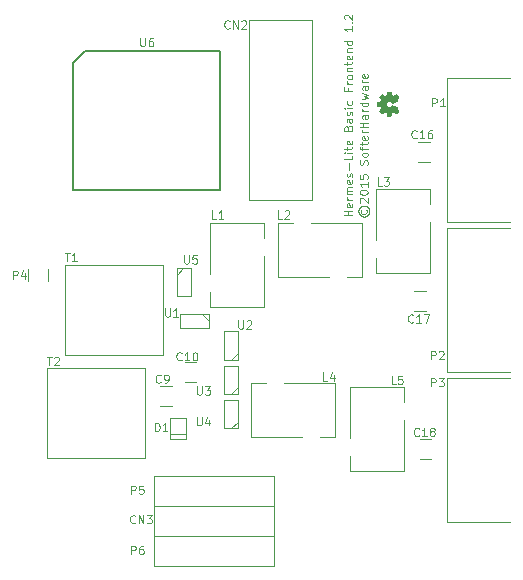
<source format=gto>
G04 #@! TF.FileFunction,Legend,Top*
%FSLAX46Y46*%
G04 Gerber Fmt 4.6, Leading zero omitted, Abs format (unit mm)*
G04 Created by KiCad (PCBNEW 0.201509221857+6208~30~ubuntu14.04.1-product) date Thu 24 Sep 2015 08:06:42 PM PDT*
%MOMM*%
G01*
G04 APERTURE LIST*
%ADD10C,0.100000*%
%ADD11C,0.200000*%
%ADD12C,0.002540*%
G04 APERTURE END LIST*
D10*
X37333333Y-17349999D02*
X37300000Y-17416665D01*
X37300000Y-17549999D01*
X37333333Y-17616665D01*
X37400000Y-17683332D01*
X37466667Y-17716665D01*
X37600000Y-17716665D01*
X37666667Y-17683332D01*
X37733333Y-17616665D01*
X37766667Y-17549999D01*
X37766667Y-17416665D01*
X37733333Y-17349999D01*
X37066667Y-17483332D02*
X37100000Y-17649999D01*
X37200000Y-17816665D01*
X37366667Y-17916665D01*
X37533333Y-17949999D01*
X37700000Y-17916665D01*
X37866667Y-17816665D01*
X37966667Y-17649999D01*
X38000000Y-17483332D01*
X37966667Y-17316665D01*
X37866667Y-17149999D01*
X37700000Y-17049999D01*
X37533333Y-17016665D01*
X37366667Y-17049999D01*
X37200000Y-17149999D01*
X37100000Y-17316665D01*
X37066667Y-17483332D01*
X37233333Y-16749999D02*
X37200000Y-16716665D01*
X37166667Y-16649999D01*
X37166667Y-16483332D01*
X37200000Y-16416665D01*
X37233333Y-16383332D01*
X37300000Y-16349999D01*
X37366667Y-16349999D01*
X37466667Y-16383332D01*
X37866667Y-16783332D01*
X37866667Y-16349999D01*
X37166667Y-15916665D02*
X37166667Y-15849998D01*
X37200000Y-15783332D01*
X37233333Y-15749998D01*
X37300000Y-15716665D01*
X37433333Y-15683332D01*
X37600000Y-15683332D01*
X37733333Y-15716665D01*
X37800000Y-15749998D01*
X37833333Y-15783332D01*
X37866667Y-15849998D01*
X37866667Y-15916665D01*
X37833333Y-15983332D01*
X37800000Y-16016665D01*
X37733333Y-16049998D01*
X37600000Y-16083332D01*
X37433333Y-16083332D01*
X37300000Y-16049998D01*
X37233333Y-16016665D01*
X37200000Y-15983332D01*
X37166667Y-15916665D01*
X37866667Y-15016665D02*
X37866667Y-15416665D01*
X37866667Y-15216665D02*
X37166667Y-15216665D01*
X37266667Y-15283331D01*
X37333333Y-15349998D01*
X37366667Y-15416665D01*
X37166667Y-14383331D02*
X37166667Y-14716664D01*
X37500000Y-14749998D01*
X37466667Y-14716664D01*
X37433333Y-14649998D01*
X37433333Y-14483331D01*
X37466667Y-14416664D01*
X37500000Y-14383331D01*
X37566667Y-14349998D01*
X37733333Y-14349998D01*
X37800000Y-14383331D01*
X37833333Y-14416664D01*
X37866667Y-14483331D01*
X37866667Y-14649998D01*
X37833333Y-14716664D01*
X37800000Y-14749998D01*
X37833333Y-13549998D02*
X37866667Y-13449998D01*
X37866667Y-13283331D01*
X37833333Y-13216664D01*
X37800000Y-13183331D01*
X37733333Y-13149998D01*
X37666667Y-13149998D01*
X37600000Y-13183331D01*
X37566667Y-13216664D01*
X37533333Y-13283331D01*
X37500000Y-13416664D01*
X37466667Y-13483331D01*
X37433333Y-13516664D01*
X37366667Y-13549998D01*
X37300000Y-13549998D01*
X37233333Y-13516664D01*
X37200000Y-13483331D01*
X37166667Y-13416664D01*
X37166667Y-13249998D01*
X37200000Y-13149998D01*
X37866667Y-12749997D02*
X37833333Y-12816664D01*
X37800000Y-12849997D01*
X37733333Y-12883331D01*
X37533333Y-12883331D01*
X37466667Y-12849997D01*
X37433333Y-12816664D01*
X37400000Y-12749997D01*
X37400000Y-12649997D01*
X37433333Y-12583331D01*
X37466667Y-12549997D01*
X37533333Y-12516664D01*
X37733333Y-12516664D01*
X37800000Y-12549997D01*
X37833333Y-12583331D01*
X37866667Y-12649997D01*
X37866667Y-12749997D01*
X37400000Y-12316664D02*
X37400000Y-12049998D01*
X37866667Y-12216664D02*
X37266667Y-12216664D01*
X37200000Y-12183331D01*
X37166667Y-12116664D01*
X37166667Y-12049998D01*
X37400000Y-11916664D02*
X37400000Y-11649998D01*
X37166667Y-11816664D02*
X37766667Y-11816664D01*
X37833333Y-11783331D01*
X37866667Y-11716664D01*
X37866667Y-11649998D01*
X37833333Y-11149998D02*
X37866667Y-11216664D01*
X37866667Y-11349998D01*
X37833333Y-11416664D01*
X37766667Y-11449998D01*
X37500000Y-11449998D01*
X37433333Y-11416664D01*
X37400000Y-11349998D01*
X37400000Y-11216664D01*
X37433333Y-11149998D01*
X37500000Y-11116664D01*
X37566667Y-11116664D01*
X37633333Y-11449998D01*
X37866667Y-10816664D02*
X37400000Y-10816664D01*
X37533333Y-10816664D02*
X37466667Y-10783331D01*
X37433333Y-10749998D01*
X37400000Y-10683331D01*
X37400000Y-10616664D01*
X37866667Y-10383331D02*
X37166667Y-10383331D01*
X37500000Y-10383331D02*
X37500000Y-9983331D01*
X37866667Y-9983331D02*
X37166667Y-9983331D01*
X37866667Y-9349998D02*
X37500000Y-9349998D01*
X37433333Y-9383332D01*
X37400000Y-9449998D01*
X37400000Y-9583332D01*
X37433333Y-9649998D01*
X37833333Y-9349998D02*
X37866667Y-9416665D01*
X37866667Y-9583332D01*
X37833333Y-9649998D01*
X37766667Y-9683332D01*
X37700000Y-9683332D01*
X37633333Y-9649998D01*
X37600000Y-9583332D01*
X37600000Y-9416665D01*
X37566667Y-9349998D01*
X37866667Y-9016665D02*
X37400000Y-9016665D01*
X37533333Y-9016665D02*
X37466667Y-8983332D01*
X37433333Y-8949999D01*
X37400000Y-8883332D01*
X37400000Y-8816665D01*
X37866667Y-8283332D02*
X37166667Y-8283332D01*
X37833333Y-8283332D02*
X37866667Y-8349999D01*
X37866667Y-8483332D01*
X37833333Y-8549999D01*
X37800000Y-8583332D01*
X37733333Y-8616666D01*
X37533333Y-8616666D01*
X37466667Y-8583332D01*
X37433333Y-8549999D01*
X37400000Y-8483332D01*
X37400000Y-8349999D01*
X37433333Y-8283332D01*
X37400000Y-8016666D02*
X37866667Y-7883333D01*
X37533333Y-7749999D01*
X37866667Y-7616666D01*
X37400000Y-7483333D01*
X37866667Y-6916666D02*
X37500000Y-6916666D01*
X37433333Y-6950000D01*
X37400000Y-7016666D01*
X37400000Y-7150000D01*
X37433333Y-7216666D01*
X37833333Y-6916666D02*
X37866667Y-6983333D01*
X37866667Y-7150000D01*
X37833333Y-7216666D01*
X37766667Y-7250000D01*
X37700000Y-7250000D01*
X37633333Y-7216666D01*
X37600000Y-7150000D01*
X37600000Y-6983333D01*
X37566667Y-6916666D01*
X37866667Y-6583333D02*
X37400000Y-6583333D01*
X37533333Y-6583333D02*
X37466667Y-6550000D01*
X37433333Y-6516667D01*
X37400000Y-6450000D01*
X37400000Y-6383333D01*
X37833333Y-5883334D02*
X37866667Y-5950000D01*
X37866667Y-6083334D01*
X37833333Y-6150000D01*
X37766667Y-6183334D01*
X37500000Y-6183334D01*
X37433333Y-6150000D01*
X37400000Y-6083334D01*
X37400000Y-5950000D01*
X37433333Y-5883334D01*
X37500000Y-5850000D01*
X37566667Y-5850000D01*
X37633333Y-6183334D01*
X36566667Y-17833333D02*
X35866667Y-17833333D01*
X36200000Y-17833333D02*
X36200000Y-17433333D01*
X36566667Y-17433333D02*
X35866667Y-17433333D01*
X36533333Y-16833334D02*
X36566667Y-16900000D01*
X36566667Y-17033334D01*
X36533333Y-17100000D01*
X36466667Y-17133334D01*
X36200000Y-17133334D01*
X36133333Y-17100000D01*
X36100000Y-17033334D01*
X36100000Y-16900000D01*
X36133333Y-16833334D01*
X36200000Y-16800000D01*
X36266667Y-16800000D01*
X36333333Y-17133334D01*
X36566667Y-16500000D02*
X36100000Y-16500000D01*
X36233333Y-16500000D02*
X36166667Y-16466667D01*
X36133333Y-16433334D01*
X36100000Y-16366667D01*
X36100000Y-16300000D01*
X36566667Y-16066667D02*
X36100000Y-16066667D01*
X36166667Y-16066667D02*
X36133333Y-16033334D01*
X36100000Y-15966667D01*
X36100000Y-15866667D01*
X36133333Y-15800001D01*
X36200000Y-15766667D01*
X36566667Y-15766667D01*
X36200000Y-15766667D02*
X36133333Y-15733334D01*
X36100000Y-15666667D01*
X36100000Y-15566667D01*
X36133333Y-15500001D01*
X36200000Y-15466667D01*
X36566667Y-15466667D01*
X36533333Y-14866668D02*
X36566667Y-14933334D01*
X36566667Y-15066668D01*
X36533333Y-15133334D01*
X36466667Y-15166668D01*
X36200000Y-15166668D01*
X36133333Y-15133334D01*
X36100000Y-15066668D01*
X36100000Y-14933334D01*
X36133333Y-14866668D01*
X36200000Y-14833334D01*
X36266667Y-14833334D01*
X36333333Y-15166668D01*
X36533333Y-14566668D02*
X36566667Y-14500001D01*
X36566667Y-14366668D01*
X36533333Y-14300001D01*
X36466667Y-14266668D01*
X36433333Y-14266668D01*
X36366667Y-14300001D01*
X36333333Y-14366668D01*
X36333333Y-14466668D01*
X36300000Y-14533334D01*
X36233333Y-14566668D01*
X36200000Y-14566668D01*
X36133333Y-14533334D01*
X36100000Y-14466668D01*
X36100000Y-14366668D01*
X36133333Y-14300001D01*
X36300000Y-13966667D02*
X36300000Y-13433334D01*
X36566667Y-12766667D02*
X36566667Y-13100000D01*
X35866667Y-13100000D01*
X36566667Y-12533333D02*
X36100000Y-12533333D01*
X35866667Y-12533333D02*
X35900000Y-12566667D01*
X35933333Y-12533333D01*
X35900000Y-12500000D01*
X35866667Y-12533333D01*
X35933333Y-12533333D01*
X36100000Y-12300000D02*
X36100000Y-12033334D01*
X35866667Y-12200000D02*
X36466667Y-12200000D01*
X36533333Y-12166667D01*
X36566667Y-12100000D01*
X36566667Y-12033334D01*
X36533333Y-11533334D02*
X36566667Y-11600000D01*
X36566667Y-11733334D01*
X36533333Y-11800000D01*
X36466667Y-11833334D01*
X36200000Y-11833334D01*
X36133333Y-11800000D01*
X36100000Y-11733334D01*
X36100000Y-11600000D01*
X36133333Y-11533334D01*
X36200000Y-11500000D01*
X36266667Y-11500000D01*
X36333333Y-11833334D01*
X36200000Y-10433334D02*
X36233333Y-10333334D01*
X36266667Y-10300001D01*
X36333333Y-10266667D01*
X36433333Y-10266667D01*
X36500000Y-10300001D01*
X36533333Y-10333334D01*
X36566667Y-10400001D01*
X36566667Y-10666667D01*
X35866667Y-10666667D01*
X35866667Y-10433334D01*
X35900000Y-10366667D01*
X35933333Y-10333334D01*
X36000000Y-10300001D01*
X36066667Y-10300001D01*
X36133333Y-10333334D01*
X36166667Y-10366667D01*
X36200000Y-10433334D01*
X36200000Y-10666667D01*
X36566667Y-9666667D02*
X36200000Y-9666667D01*
X36133333Y-9700001D01*
X36100000Y-9766667D01*
X36100000Y-9900001D01*
X36133333Y-9966667D01*
X36533333Y-9666667D02*
X36566667Y-9733334D01*
X36566667Y-9900001D01*
X36533333Y-9966667D01*
X36466667Y-10000001D01*
X36400000Y-10000001D01*
X36333333Y-9966667D01*
X36300000Y-9900001D01*
X36300000Y-9733334D01*
X36266667Y-9666667D01*
X36533333Y-9366668D02*
X36566667Y-9300001D01*
X36566667Y-9166668D01*
X36533333Y-9100001D01*
X36466667Y-9066668D01*
X36433333Y-9066668D01*
X36366667Y-9100001D01*
X36333333Y-9166668D01*
X36333333Y-9266668D01*
X36300000Y-9333334D01*
X36233333Y-9366668D01*
X36200000Y-9366668D01*
X36133333Y-9333334D01*
X36100000Y-9266668D01*
X36100000Y-9166668D01*
X36133333Y-9100001D01*
X36566667Y-8766667D02*
X36100000Y-8766667D01*
X35866667Y-8766667D02*
X35900000Y-8800001D01*
X35933333Y-8766667D01*
X35900000Y-8733334D01*
X35866667Y-8766667D01*
X35933333Y-8766667D01*
X36533333Y-8133334D02*
X36566667Y-8200001D01*
X36566667Y-8333334D01*
X36533333Y-8400001D01*
X36500000Y-8433334D01*
X36433333Y-8466668D01*
X36233333Y-8466668D01*
X36166667Y-8433334D01*
X36133333Y-8400001D01*
X36100000Y-8333334D01*
X36100000Y-8200001D01*
X36133333Y-8133334D01*
X36200000Y-7066668D02*
X36200000Y-7300001D01*
X36566667Y-7300001D02*
X35866667Y-7300001D01*
X35866667Y-6966668D01*
X36566667Y-6700001D02*
X36100000Y-6700001D01*
X36233333Y-6700001D02*
X36166667Y-6666668D01*
X36133333Y-6633335D01*
X36100000Y-6566668D01*
X36100000Y-6500001D01*
X36566667Y-6166668D02*
X36533333Y-6233335D01*
X36500000Y-6266668D01*
X36433333Y-6300002D01*
X36233333Y-6300002D01*
X36166667Y-6266668D01*
X36133333Y-6233335D01*
X36100000Y-6166668D01*
X36100000Y-6066668D01*
X36133333Y-6000002D01*
X36166667Y-5966668D01*
X36233333Y-5933335D01*
X36433333Y-5933335D01*
X36500000Y-5966668D01*
X36533333Y-6000002D01*
X36566667Y-6066668D01*
X36566667Y-6166668D01*
X36100000Y-5633335D02*
X36566667Y-5633335D01*
X36166667Y-5633335D02*
X36133333Y-5600002D01*
X36100000Y-5533335D01*
X36100000Y-5433335D01*
X36133333Y-5366669D01*
X36200000Y-5333335D01*
X36566667Y-5333335D01*
X36100000Y-5100002D02*
X36100000Y-4833336D01*
X35866667Y-5000002D02*
X36466667Y-5000002D01*
X36533333Y-4966669D01*
X36566667Y-4900002D01*
X36566667Y-4833336D01*
X36533333Y-4333336D02*
X36566667Y-4400002D01*
X36566667Y-4533336D01*
X36533333Y-4600002D01*
X36466667Y-4633336D01*
X36200000Y-4633336D01*
X36133333Y-4600002D01*
X36100000Y-4533336D01*
X36100000Y-4400002D01*
X36133333Y-4333336D01*
X36200000Y-4300002D01*
X36266667Y-4300002D01*
X36333333Y-4633336D01*
X36100000Y-4000002D02*
X36566667Y-4000002D01*
X36166667Y-4000002D02*
X36133333Y-3966669D01*
X36100000Y-3900002D01*
X36100000Y-3800002D01*
X36133333Y-3733336D01*
X36200000Y-3700002D01*
X36566667Y-3700002D01*
X36566667Y-3066669D02*
X35866667Y-3066669D01*
X36533333Y-3066669D02*
X36566667Y-3133336D01*
X36566667Y-3266669D01*
X36533333Y-3333336D01*
X36500000Y-3366669D01*
X36433333Y-3400003D01*
X36233333Y-3400003D01*
X36166667Y-3366669D01*
X36133333Y-3333336D01*
X36100000Y-3266669D01*
X36100000Y-3133336D01*
X36133333Y-3066669D01*
X36566667Y-1833337D02*
X36566667Y-2233337D01*
X36566667Y-2033337D02*
X35866667Y-2033337D01*
X35966667Y-2100003D01*
X36033333Y-2166670D01*
X36066667Y-2233337D01*
X36500000Y-1533336D02*
X36533333Y-1500003D01*
X36566667Y-1533336D01*
X36533333Y-1566670D01*
X36500000Y-1533336D01*
X36566667Y-1533336D01*
X35933333Y-1233337D02*
X35900000Y-1200003D01*
X35866667Y-1133337D01*
X35866667Y-966670D01*
X35900000Y-900003D01*
X35933333Y-866670D01*
X36000000Y-833337D01*
X36066667Y-833337D01*
X36166667Y-866670D01*
X36566667Y-1266670D01*
X36566667Y-833337D01*
D11*
X13950000Y-3920000D02*
X12950000Y-4920000D01*
X12950000Y-4920000D02*
X12950000Y-15680000D01*
X12950000Y-15680000D02*
X25350000Y-15680000D01*
X25350000Y-15680000D02*
X25350000Y-3920000D01*
X25350000Y-3920000D02*
X13950000Y-3920000D01*
D10*
X44559000Y-31867000D02*
X44559000Y-31613000D01*
X44559000Y-31613000D02*
X49893000Y-31613000D01*
X44559000Y-43551000D02*
X44559000Y-43805000D01*
X44559000Y-43805000D02*
X49893000Y-43805000D01*
X44559000Y-31867000D02*
X44559000Y-43551000D01*
X44559000Y-19167000D02*
X44559000Y-18913000D01*
X44559000Y-18913000D02*
X49893000Y-18913000D01*
X44559000Y-30851000D02*
X44559000Y-31105000D01*
X44559000Y-31105000D02*
X49893000Y-31105000D01*
X44559000Y-19167000D02*
X44559000Y-30851000D01*
X44559000Y-6467000D02*
X44559000Y-6213000D01*
X44559000Y-6213000D02*
X49893000Y-6213000D01*
X44559000Y-18151000D02*
X44559000Y-18405000D01*
X44559000Y-18405000D02*
X49893000Y-18405000D01*
X44559000Y-6467000D02*
X44559000Y-18151000D01*
X36364000Y-38186000D02*
X36364000Y-39456000D01*
X36364000Y-39456000D02*
X40936000Y-39456000D01*
X40936000Y-39456000D02*
X40936000Y-35138000D01*
X40936000Y-33614000D02*
X40936000Y-32344000D01*
X40936000Y-32344000D02*
X36364000Y-32344000D01*
X36364000Y-32344000D02*
X36364000Y-36662000D01*
X33836000Y-36636000D02*
X35106000Y-36636000D01*
X35106000Y-36636000D02*
X35106000Y-32064000D01*
X35106000Y-32064000D02*
X30788000Y-32064000D01*
X29264000Y-32064000D02*
X27994000Y-32064000D01*
X27994000Y-32064000D02*
X27994000Y-36636000D01*
X27994000Y-36636000D02*
X32312000Y-36636000D01*
X43136000Y-16914000D02*
X43136000Y-15644000D01*
X43136000Y-15644000D02*
X38564000Y-15644000D01*
X38564000Y-15644000D02*
X38564000Y-19962000D01*
X38564000Y-21486000D02*
X38564000Y-22756000D01*
X38564000Y-22756000D02*
X43136000Y-22756000D01*
X43136000Y-22756000D02*
X43136000Y-18438000D01*
X36078000Y-23089000D02*
X37348000Y-23089000D01*
X37348000Y-23089000D02*
X37348000Y-18517000D01*
X37348000Y-18517000D02*
X33030000Y-18517000D01*
X31506000Y-18517000D02*
X30236000Y-18517000D01*
X30236000Y-18517000D02*
X30236000Y-23089000D01*
X30236000Y-23089000D02*
X34554000Y-23089000D01*
X29078000Y-19767000D02*
X29078000Y-18497000D01*
X29078000Y-18497000D02*
X24506000Y-18497000D01*
X24506000Y-18497000D02*
X24506000Y-22815000D01*
X24506000Y-24339000D02*
X24506000Y-25609000D01*
X24506000Y-25609000D02*
X29078000Y-25609000D01*
X29078000Y-25609000D02*
X29078000Y-21291000D01*
X22501040Y-36350380D02*
X21098960Y-36350380D01*
X22501040Y-36749160D02*
X22501040Y-34950840D01*
X22501040Y-34950840D02*
X21098960Y-34950840D01*
X21098960Y-34950840D02*
X21098960Y-36749160D01*
X21098960Y-36749160D02*
X22501040Y-36749160D01*
X19794000Y-42408000D02*
X29954000Y-42408000D01*
X29954000Y-42408000D02*
X29954000Y-44948000D01*
X29954000Y-44948000D02*
X19794000Y-44948000D01*
X19794000Y-43678000D02*
X19794000Y-44948000D01*
X19794000Y-42408000D02*
X19794000Y-43678000D01*
X20300000Y-33950000D02*
X21300000Y-33950000D01*
X21300000Y-32250000D02*
X20300000Y-32250000D01*
X22350000Y-31950000D02*
X23350000Y-31950000D01*
X23350000Y-30250000D02*
X22350000Y-30250000D01*
X10800000Y-23400000D02*
X10800000Y-22400000D01*
X9100000Y-22400000D02*
X9100000Y-23400000D01*
X43154000Y-11586000D02*
X42154000Y-11586000D01*
X42154000Y-13286000D02*
X43154000Y-13286000D01*
X42800000Y-24250000D02*
X41800000Y-24250000D01*
X41800000Y-25950000D02*
X42800000Y-25950000D01*
X43250000Y-36750000D02*
X42250000Y-36750000D01*
X42250000Y-38450000D02*
X43250000Y-38450000D01*
X27853000Y-1330000D02*
X33187000Y-1330000D01*
X33187000Y-16570000D02*
X27853000Y-16570000D01*
X27853000Y-1330000D02*
X27853000Y-16570000D01*
X33187000Y-16570000D02*
X33187000Y-1330000D01*
X19794000Y-39868000D02*
X29954000Y-39868000D01*
X29954000Y-39868000D02*
X29954000Y-42408000D01*
X29954000Y-42408000D02*
X19794000Y-42408000D01*
X19794000Y-41138000D02*
X19794000Y-42408000D01*
X19794000Y-39868000D02*
X19794000Y-41138000D01*
X29954000Y-47488000D02*
X19794000Y-47488000D01*
X19794000Y-47488000D02*
X19794000Y-44948000D01*
X19794000Y-44948000D02*
X29954000Y-44948000D01*
X29954000Y-46218000D02*
X29954000Y-44948000D01*
X29954000Y-47488000D02*
X29954000Y-46218000D01*
X22887500Y-24691500D02*
X21681000Y-24691500D01*
X22252500Y-22278500D02*
X21681000Y-22850000D01*
X21681000Y-24691500D02*
X21681000Y-22278500D01*
X21681000Y-22278500D02*
X22887500Y-22278500D01*
X22887500Y-22278500D02*
X22887500Y-24691500D01*
X22008500Y-27387500D02*
X22008500Y-26181000D01*
X24421500Y-26752500D02*
X23850000Y-26181000D01*
X22008500Y-26181000D02*
X24421500Y-26181000D01*
X24421500Y-26181000D02*
X24421500Y-27387500D01*
X24421500Y-27387500D02*
X22008500Y-27387500D01*
X25662500Y-27658500D02*
X26869000Y-27658500D01*
X26297500Y-30071500D02*
X26869000Y-29500000D01*
X26869000Y-27658500D02*
X26869000Y-30071500D01*
X26869000Y-30071500D02*
X25662500Y-30071500D01*
X25662500Y-30071500D02*
X25662500Y-27658500D01*
X25662500Y-30558500D02*
X26869000Y-30558500D01*
X26297500Y-32971500D02*
X26869000Y-32400000D01*
X26869000Y-30558500D02*
X26869000Y-32971500D01*
X26869000Y-32971500D02*
X25662500Y-32971500D01*
X25662500Y-32971500D02*
X25662500Y-30558500D01*
X25662500Y-33458500D02*
X26869000Y-33458500D01*
X26297500Y-35871500D02*
X26869000Y-35300000D01*
X26869000Y-33458500D02*
X26869000Y-35871500D01*
X26869000Y-35871500D02*
X25662500Y-35871500D01*
X25662500Y-35871500D02*
X25662500Y-33458500D01*
X18991000Y-30790000D02*
X10736000Y-30790000D01*
X10736000Y-38410000D02*
X18991000Y-38410000D01*
X10736000Y-38410000D02*
X10736000Y-30790000D01*
X18991000Y-38410000D02*
X18991000Y-30790000D01*
X20491000Y-22040000D02*
X12236000Y-22040000D01*
X12236000Y-29660000D02*
X20491000Y-29660000D01*
X12236000Y-29660000D02*
X12236000Y-22040000D01*
X20491000Y-29660000D02*
X20491000Y-22040000D01*
D12*
G36*
X40446620Y-9004520D02*
X40441540Y-8994360D01*
X40426300Y-8971500D01*
X40405980Y-8938480D01*
X40378040Y-8897840D01*
X40352640Y-8859740D01*
X40329780Y-8826720D01*
X40314540Y-8803860D01*
X40309460Y-8793700D01*
X40312000Y-8788620D01*
X40322160Y-8770840D01*
X40334860Y-8742900D01*
X40342480Y-8727660D01*
X40355180Y-8702260D01*
X40357720Y-8689560D01*
X40352640Y-8687020D01*
X40334860Y-8676860D01*
X40301840Y-8664160D01*
X40258660Y-8643840D01*
X40207860Y-8623520D01*
X40151980Y-8600660D01*
X40096100Y-8577800D01*
X40042760Y-8554940D01*
X39994500Y-8534620D01*
X39956400Y-8519380D01*
X39928460Y-8509220D01*
X39918300Y-8504140D01*
X39915760Y-8506680D01*
X39903060Y-8519380D01*
X39887820Y-8539700D01*
X39847180Y-8587960D01*
X39788760Y-8633680D01*
X39722720Y-8664160D01*
X39649060Y-8671780D01*
X39583020Y-8664160D01*
X39519520Y-8638760D01*
X39458560Y-8593040D01*
X39415380Y-8537160D01*
X39387440Y-8471120D01*
X39379820Y-8400000D01*
X39387440Y-8331420D01*
X39412840Y-8265380D01*
X39458560Y-8204420D01*
X39486500Y-8181560D01*
X39547460Y-8146000D01*
X39608420Y-8125680D01*
X39623660Y-8125680D01*
X39694780Y-8128220D01*
X39763360Y-8148540D01*
X39821780Y-8184100D01*
X39872580Y-8237440D01*
X39877660Y-8242520D01*
X39895440Y-8267920D01*
X39905600Y-8283160D01*
X39915760Y-8295860D01*
X40131660Y-8206960D01*
X40167220Y-8191720D01*
X40225640Y-8166320D01*
X40276440Y-8146000D01*
X40317080Y-8128220D01*
X40342480Y-8115520D01*
X40355180Y-8110440D01*
X40355180Y-8110440D01*
X40355180Y-8102820D01*
X40350100Y-8087580D01*
X40334860Y-8057100D01*
X40324700Y-8036780D01*
X40314540Y-8013920D01*
X40309460Y-8003760D01*
X40314540Y-7993600D01*
X40329780Y-7973280D01*
X40350100Y-7940260D01*
X40375500Y-7902160D01*
X40400900Y-7866600D01*
X40423760Y-7831040D01*
X40439000Y-7808180D01*
X40446620Y-7795480D01*
X40446620Y-7792940D01*
X40439000Y-7782780D01*
X40423760Y-7762460D01*
X40395820Y-7734520D01*
X40355180Y-7693880D01*
X40350100Y-7686260D01*
X40314540Y-7653240D01*
X40284060Y-7625300D01*
X40263740Y-7604980D01*
X40256120Y-7599900D01*
X40256120Y-7599900D01*
X40243420Y-7604980D01*
X40218020Y-7620220D01*
X40185000Y-7643080D01*
X40144360Y-7671020D01*
X40040220Y-7742140D01*
X39943700Y-7701500D01*
X39913220Y-7691340D01*
X39877660Y-7676100D01*
X39852260Y-7663400D01*
X39839560Y-7658320D01*
X39837020Y-7648160D01*
X39829400Y-7620220D01*
X39821780Y-7582120D01*
X39814160Y-7536400D01*
X39804000Y-7490680D01*
X39796380Y-7452580D01*
X39791300Y-7422100D01*
X39788760Y-7409400D01*
X39786220Y-7406860D01*
X39781140Y-7404320D01*
X39768440Y-7401780D01*
X39743040Y-7401780D01*
X39704940Y-7401780D01*
X39649060Y-7401780D01*
X39643980Y-7401780D01*
X39590640Y-7401780D01*
X39550000Y-7401780D01*
X39524600Y-7404320D01*
X39514440Y-7406860D01*
X39514440Y-7406860D01*
X39509360Y-7419560D01*
X39504280Y-7447500D01*
X39496660Y-7485600D01*
X39486500Y-7533860D01*
X39486500Y-7536400D01*
X39478880Y-7584660D01*
X39468720Y-7622760D01*
X39463640Y-7650700D01*
X39458560Y-7663400D01*
X39456020Y-7665940D01*
X39438240Y-7676100D01*
X39407760Y-7688800D01*
X39372200Y-7704040D01*
X39336640Y-7719280D01*
X39301080Y-7734520D01*
X39278220Y-7742140D01*
X39265520Y-7744680D01*
X39265520Y-7744680D01*
X39255360Y-7737060D01*
X39229960Y-7721820D01*
X39196940Y-7698960D01*
X39156300Y-7671020D01*
X39151220Y-7668480D01*
X39113120Y-7640540D01*
X39077560Y-7620220D01*
X39054700Y-7604980D01*
X39044540Y-7599900D01*
X39042000Y-7599900D01*
X39031840Y-7607520D01*
X39008980Y-7627840D01*
X38978500Y-7658320D01*
X38942940Y-7693880D01*
X38932780Y-7704040D01*
X38894680Y-7742140D01*
X38869280Y-7770080D01*
X38856580Y-7787860D01*
X38851500Y-7795480D01*
X38854040Y-7795480D01*
X38859120Y-7808180D01*
X38876900Y-7833580D01*
X38899760Y-7866600D01*
X38927700Y-7907240D01*
X38930240Y-7909780D01*
X38955640Y-7950420D01*
X38978500Y-7983440D01*
X38993740Y-8006300D01*
X39001360Y-8016460D01*
X39001360Y-8019000D01*
X38996280Y-8034240D01*
X38986120Y-8064720D01*
X38973420Y-8097740D01*
X38958180Y-8135840D01*
X38942940Y-8168860D01*
X38932780Y-8194260D01*
X38925160Y-8206960D01*
X38925160Y-8206960D01*
X38909920Y-8212040D01*
X38879440Y-8217120D01*
X38838800Y-8227280D01*
X38790540Y-8234900D01*
X38782920Y-8237440D01*
X38734660Y-8245060D01*
X38696560Y-8252680D01*
X38668620Y-8260300D01*
X38655920Y-8262840D01*
X38655920Y-8267920D01*
X38653380Y-8293320D01*
X38653380Y-8328880D01*
X38653380Y-8372060D01*
X38653380Y-8415240D01*
X38653380Y-8458420D01*
X38655920Y-8496520D01*
X38655920Y-8521920D01*
X38658460Y-8534620D01*
X38661000Y-8534620D01*
X38673700Y-8539700D01*
X38704180Y-8544780D01*
X38744820Y-8554940D01*
X38795620Y-8562560D01*
X38803240Y-8565100D01*
X38851500Y-8572720D01*
X38889600Y-8582880D01*
X38917540Y-8587960D01*
X38927700Y-8590500D01*
X38930240Y-8595580D01*
X38937860Y-8613360D01*
X38950560Y-8646380D01*
X38968340Y-8687020D01*
X39003900Y-8778460D01*
X38927700Y-8890220D01*
X38920080Y-8900380D01*
X38892140Y-8941020D01*
X38871820Y-8974040D01*
X38856580Y-8996900D01*
X38851500Y-9007060D01*
X38851500Y-9007060D01*
X38861660Y-9017220D01*
X38881980Y-9040080D01*
X38912460Y-9070560D01*
X38945480Y-9106120D01*
X38973420Y-9131520D01*
X39003900Y-9162000D01*
X39024220Y-9182320D01*
X39039460Y-9192480D01*
X39047080Y-9197560D01*
X39052160Y-9195020D01*
X39064860Y-9189940D01*
X39087720Y-9172160D01*
X39123280Y-9149300D01*
X39161380Y-9121360D01*
X39196940Y-9098500D01*
X39232500Y-9075640D01*
X39260440Y-9060400D01*
X39273140Y-9052780D01*
X39278220Y-9055320D01*
X39301080Y-9062940D01*
X39334100Y-9075640D01*
X39374740Y-9093420D01*
X39463640Y-9131520D01*
X39473800Y-9189940D01*
X39481420Y-9225500D01*
X39489040Y-9276300D01*
X39499200Y-9322020D01*
X39514440Y-9395680D01*
X39781140Y-9398220D01*
X39786220Y-9388060D01*
X39791300Y-9375360D01*
X39796380Y-9349960D01*
X39804000Y-9309320D01*
X39811620Y-9263600D01*
X39819240Y-9225500D01*
X39826860Y-9184860D01*
X39831940Y-9156920D01*
X39834480Y-9144220D01*
X39839560Y-9141680D01*
X39859880Y-9131520D01*
X39890360Y-9116280D01*
X39925920Y-9101040D01*
X39964020Y-9085800D01*
X39999580Y-9073100D01*
X40024980Y-9062940D01*
X40040220Y-9057860D01*
X40050380Y-9062940D01*
X40073240Y-9078180D01*
X40106260Y-9101040D01*
X40144360Y-9126440D01*
X40185000Y-9154380D01*
X40218020Y-9177240D01*
X40243420Y-9192480D01*
X40253580Y-9200100D01*
X40261200Y-9195020D01*
X40278980Y-9179780D01*
X40309460Y-9151840D01*
X40355180Y-9106120D01*
X40360260Y-9098500D01*
X40395820Y-9065480D01*
X40421220Y-9035000D01*
X40441540Y-9014680D01*
X40446620Y-9004520D01*
X40446620Y-9004520D01*
G37*
X40446620Y-9004520D02*
X40441540Y-8994360D01*
X40426300Y-8971500D01*
X40405980Y-8938480D01*
X40378040Y-8897840D01*
X40352640Y-8859740D01*
X40329780Y-8826720D01*
X40314540Y-8803860D01*
X40309460Y-8793700D01*
X40312000Y-8788620D01*
X40322160Y-8770840D01*
X40334860Y-8742900D01*
X40342480Y-8727660D01*
X40355180Y-8702260D01*
X40357720Y-8689560D01*
X40352640Y-8687020D01*
X40334860Y-8676860D01*
X40301840Y-8664160D01*
X40258660Y-8643840D01*
X40207860Y-8623520D01*
X40151980Y-8600660D01*
X40096100Y-8577800D01*
X40042760Y-8554940D01*
X39994500Y-8534620D01*
X39956400Y-8519380D01*
X39928460Y-8509220D01*
X39918300Y-8504140D01*
X39915760Y-8506680D01*
X39903060Y-8519380D01*
X39887820Y-8539700D01*
X39847180Y-8587960D01*
X39788760Y-8633680D01*
X39722720Y-8664160D01*
X39649060Y-8671780D01*
X39583020Y-8664160D01*
X39519520Y-8638760D01*
X39458560Y-8593040D01*
X39415380Y-8537160D01*
X39387440Y-8471120D01*
X39379820Y-8400000D01*
X39387440Y-8331420D01*
X39412840Y-8265380D01*
X39458560Y-8204420D01*
X39486500Y-8181560D01*
X39547460Y-8146000D01*
X39608420Y-8125680D01*
X39623660Y-8125680D01*
X39694780Y-8128220D01*
X39763360Y-8148540D01*
X39821780Y-8184100D01*
X39872580Y-8237440D01*
X39877660Y-8242520D01*
X39895440Y-8267920D01*
X39905600Y-8283160D01*
X39915760Y-8295860D01*
X40131660Y-8206960D01*
X40167220Y-8191720D01*
X40225640Y-8166320D01*
X40276440Y-8146000D01*
X40317080Y-8128220D01*
X40342480Y-8115520D01*
X40355180Y-8110440D01*
X40355180Y-8110440D01*
X40355180Y-8102820D01*
X40350100Y-8087580D01*
X40334860Y-8057100D01*
X40324700Y-8036780D01*
X40314540Y-8013920D01*
X40309460Y-8003760D01*
X40314540Y-7993600D01*
X40329780Y-7973280D01*
X40350100Y-7940260D01*
X40375500Y-7902160D01*
X40400900Y-7866600D01*
X40423760Y-7831040D01*
X40439000Y-7808180D01*
X40446620Y-7795480D01*
X40446620Y-7792940D01*
X40439000Y-7782780D01*
X40423760Y-7762460D01*
X40395820Y-7734520D01*
X40355180Y-7693880D01*
X40350100Y-7686260D01*
X40314540Y-7653240D01*
X40284060Y-7625300D01*
X40263740Y-7604980D01*
X40256120Y-7599900D01*
X40256120Y-7599900D01*
X40243420Y-7604980D01*
X40218020Y-7620220D01*
X40185000Y-7643080D01*
X40144360Y-7671020D01*
X40040220Y-7742140D01*
X39943700Y-7701500D01*
X39913220Y-7691340D01*
X39877660Y-7676100D01*
X39852260Y-7663400D01*
X39839560Y-7658320D01*
X39837020Y-7648160D01*
X39829400Y-7620220D01*
X39821780Y-7582120D01*
X39814160Y-7536400D01*
X39804000Y-7490680D01*
X39796380Y-7452580D01*
X39791300Y-7422100D01*
X39788760Y-7409400D01*
X39786220Y-7406860D01*
X39781140Y-7404320D01*
X39768440Y-7401780D01*
X39743040Y-7401780D01*
X39704940Y-7401780D01*
X39649060Y-7401780D01*
X39643980Y-7401780D01*
X39590640Y-7401780D01*
X39550000Y-7401780D01*
X39524600Y-7404320D01*
X39514440Y-7406860D01*
X39514440Y-7406860D01*
X39509360Y-7419560D01*
X39504280Y-7447500D01*
X39496660Y-7485600D01*
X39486500Y-7533860D01*
X39486500Y-7536400D01*
X39478880Y-7584660D01*
X39468720Y-7622760D01*
X39463640Y-7650700D01*
X39458560Y-7663400D01*
X39456020Y-7665940D01*
X39438240Y-7676100D01*
X39407760Y-7688800D01*
X39372200Y-7704040D01*
X39336640Y-7719280D01*
X39301080Y-7734520D01*
X39278220Y-7742140D01*
X39265520Y-7744680D01*
X39265520Y-7744680D01*
X39255360Y-7737060D01*
X39229960Y-7721820D01*
X39196940Y-7698960D01*
X39156300Y-7671020D01*
X39151220Y-7668480D01*
X39113120Y-7640540D01*
X39077560Y-7620220D01*
X39054700Y-7604980D01*
X39044540Y-7599900D01*
X39042000Y-7599900D01*
X39031840Y-7607520D01*
X39008980Y-7627840D01*
X38978500Y-7658320D01*
X38942940Y-7693880D01*
X38932780Y-7704040D01*
X38894680Y-7742140D01*
X38869280Y-7770080D01*
X38856580Y-7787860D01*
X38851500Y-7795480D01*
X38854040Y-7795480D01*
X38859120Y-7808180D01*
X38876900Y-7833580D01*
X38899760Y-7866600D01*
X38927700Y-7907240D01*
X38930240Y-7909780D01*
X38955640Y-7950420D01*
X38978500Y-7983440D01*
X38993740Y-8006300D01*
X39001360Y-8016460D01*
X39001360Y-8019000D01*
X38996280Y-8034240D01*
X38986120Y-8064720D01*
X38973420Y-8097740D01*
X38958180Y-8135840D01*
X38942940Y-8168860D01*
X38932780Y-8194260D01*
X38925160Y-8206960D01*
X38925160Y-8206960D01*
X38909920Y-8212040D01*
X38879440Y-8217120D01*
X38838800Y-8227280D01*
X38790540Y-8234900D01*
X38782920Y-8237440D01*
X38734660Y-8245060D01*
X38696560Y-8252680D01*
X38668620Y-8260300D01*
X38655920Y-8262840D01*
X38655920Y-8267920D01*
X38653380Y-8293320D01*
X38653380Y-8328880D01*
X38653380Y-8372060D01*
X38653380Y-8415240D01*
X38653380Y-8458420D01*
X38655920Y-8496520D01*
X38655920Y-8521920D01*
X38658460Y-8534620D01*
X38661000Y-8534620D01*
X38673700Y-8539700D01*
X38704180Y-8544780D01*
X38744820Y-8554940D01*
X38795620Y-8562560D01*
X38803240Y-8565100D01*
X38851500Y-8572720D01*
X38889600Y-8582880D01*
X38917540Y-8587960D01*
X38927700Y-8590500D01*
X38930240Y-8595580D01*
X38937860Y-8613360D01*
X38950560Y-8646380D01*
X38968340Y-8687020D01*
X39003900Y-8778460D01*
X38927700Y-8890220D01*
X38920080Y-8900380D01*
X38892140Y-8941020D01*
X38871820Y-8974040D01*
X38856580Y-8996900D01*
X38851500Y-9007060D01*
X38851500Y-9007060D01*
X38861660Y-9017220D01*
X38881980Y-9040080D01*
X38912460Y-9070560D01*
X38945480Y-9106120D01*
X38973420Y-9131520D01*
X39003900Y-9162000D01*
X39024220Y-9182320D01*
X39039460Y-9192480D01*
X39047080Y-9197560D01*
X39052160Y-9195020D01*
X39064860Y-9189940D01*
X39087720Y-9172160D01*
X39123280Y-9149300D01*
X39161380Y-9121360D01*
X39196940Y-9098500D01*
X39232500Y-9075640D01*
X39260440Y-9060400D01*
X39273140Y-9052780D01*
X39278220Y-9055320D01*
X39301080Y-9062940D01*
X39334100Y-9075640D01*
X39374740Y-9093420D01*
X39463640Y-9131520D01*
X39473800Y-9189940D01*
X39481420Y-9225500D01*
X39489040Y-9276300D01*
X39499200Y-9322020D01*
X39514440Y-9395680D01*
X39781140Y-9398220D01*
X39786220Y-9388060D01*
X39791300Y-9375360D01*
X39796380Y-9349960D01*
X39804000Y-9309320D01*
X39811620Y-9263600D01*
X39819240Y-9225500D01*
X39826860Y-9184860D01*
X39831940Y-9156920D01*
X39834480Y-9144220D01*
X39839560Y-9141680D01*
X39859880Y-9131520D01*
X39890360Y-9116280D01*
X39925920Y-9101040D01*
X39964020Y-9085800D01*
X39999580Y-9073100D01*
X40024980Y-9062940D01*
X40040220Y-9057860D01*
X40050380Y-9062940D01*
X40073240Y-9078180D01*
X40106260Y-9101040D01*
X40144360Y-9126440D01*
X40185000Y-9154380D01*
X40218020Y-9177240D01*
X40243420Y-9192480D01*
X40253580Y-9200100D01*
X40261200Y-9195020D01*
X40278980Y-9179780D01*
X40309460Y-9151840D01*
X40355180Y-9106120D01*
X40360260Y-9098500D01*
X40395820Y-9065480D01*
X40421220Y-9035000D01*
X40441540Y-9014680D01*
X40446620Y-9004520D01*
D10*
X18616667Y-2816667D02*
X18616667Y-3383333D01*
X18650000Y-3450000D01*
X18683333Y-3483333D01*
X18750000Y-3516667D01*
X18883333Y-3516667D01*
X18950000Y-3483333D01*
X18983333Y-3450000D01*
X19016667Y-3383333D01*
X19016667Y-2816667D01*
X19650000Y-2816667D02*
X19516666Y-2816667D01*
X19450000Y-2850000D01*
X19416666Y-2883333D01*
X19350000Y-2983333D01*
X19316666Y-3116667D01*
X19316666Y-3383333D01*
X19350000Y-3450000D01*
X19383333Y-3483333D01*
X19450000Y-3516667D01*
X19583333Y-3516667D01*
X19650000Y-3483333D01*
X19683333Y-3450000D01*
X19716666Y-3383333D01*
X19716666Y-3216667D01*
X19683333Y-3150000D01*
X19650000Y-3116667D01*
X19583333Y-3083333D01*
X19450000Y-3083333D01*
X19383333Y-3116667D01*
X19350000Y-3150000D01*
X19316666Y-3216667D01*
X43233334Y-32316667D02*
X43233334Y-31616667D01*
X43500000Y-31616667D01*
X43566667Y-31650000D01*
X43600000Y-31683333D01*
X43633334Y-31750000D01*
X43633334Y-31850000D01*
X43600000Y-31916667D01*
X43566667Y-31950000D01*
X43500000Y-31983333D01*
X43233334Y-31983333D01*
X43866667Y-31616667D02*
X44300000Y-31616667D01*
X44066667Y-31883333D01*
X44166667Y-31883333D01*
X44233334Y-31916667D01*
X44266667Y-31950000D01*
X44300000Y-32016667D01*
X44300000Y-32183333D01*
X44266667Y-32250000D01*
X44233334Y-32283333D01*
X44166667Y-32316667D01*
X43966667Y-32316667D01*
X43900000Y-32283333D01*
X43866667Y-32250000D01*
X43233334Y-30016667D02*
X43233334Y-29316667D01*
X43500000Y-29316667D01*
X43566667Y-29350000D01*
X43600000Y-29383333D01*
X43633334Y-29450000D01*
X43633334Y-29550000D01*
X43600000Y-29616667D01*
X43566667Y-29650000D01*
X43500000Y-29683333D01*
X43233334Y-29683333D01*
X43900000Y-29383333D02*
X43933334Y-29350000D01*
X44000000Y-29316667D01*
X44166667Y-29316667D01*
X44233334Y-29350000D01*
X44266667Y-29383333D01*
X44300000Y-29450000D01*
X44300000Y-29516667D01*
X44266667Y-29616667D01*
X43866667Y-30016667D01*
X44300000Y-30016667D01*
X43333334Y-8616667D02*
X43333334Y-7916667D01*
X43600000Y-7916667D01*
X43666667Y-7950000D01*
X43700000Y-7983333D01*
X43733334Y-8050000D01*
X43733334Y-8150000D01*
X43700000Y-8216667D01*
X43666667Y-8250000D01*
X43600000Y-8283333D01*
X43333334Y-8283333D01*
X44400000Y-8616667D02*
X44000000Y-8616667D01*
X44200000Y-8616667D02*
X44200000Y-7916667D01*
X44133334Y-8016667D01*
X44066667Y-8083333D01*
X44000000Y-8116667D01*
X40233333Y-32116667D02*
X39900000Y-32116667D01*
X39900000Y-31416667D01*
X40800000Y-31416667D02*
X40466667Y-31416667D01*
X40433333Y-31750000D01*
X40466667Y-31716667D01*
X40533333Y-31683333D01*
X40700000Y-31683333D01*
X40766667Y-31716667D01*
X40800000Y-31750000D01*
X40833333Y-31816667D01*
X40833333Y-31983333D01*
X40800000Y-32050000D01*
X40766667Y-32083333D01*
X40700000Y-32116667D01*
X40533333Y-32116667D01*
X40466667Y-32083333D01*
X40433333Y-32050000D01*
X34433333Y-31816667D02*
X34100000Y-31816667D01*
X34100000Y-31116667D01*
X34966667Y-31350000D02*
X34966667Y-31816667D01*
X34800000Y-31083333D02*
X34633333Y-31583333D01*
X35066667Y-31583333D01*
X39033333Y-15316667D02*
X38700000Y-15316667D01*
X38700000Y-14616667D01*
X39200000Y-14616667D02*
X39633333Y-14616667D01*
X39400000Y-14883333D01*
X39500000Y-14883333D01*
X39566667Y-14916667D01*
X39600000Y-14950000D01*
X39633333Y-15016667D01*
X39633333Y-15183333D01*
X39600000Y-15250000D01*
X39566667Y-15283333D01*
X39500000Y-15316667D01*
X39300000Y-15316667D01*
X39233333Y-15283333D01*
X39200000Y-15250000D01*
X30633333Y-18116667D02*
X30300000Y-18116667D01*
X30300000Y-17416667D01*
X30833333Y-17483333D02*
X30866667Y-17450000D01*
X30933333Y-17416667D01*
X31100000Y-17416667D01*
X31166667Y-17450000D01*
X31200000Y-17483333D01*
X31233333Y-17550000D01*
X31233333Y-17616667D01*
X31200000Y-17716667D01*
X30800000Y-18116667D01*
X31233333Y-18116667D01*
X25033333Y-18116667D02*
X24700000Y-18116667D01*
X24700000Y-17416667D01*
X25633333Y-18116667D02*
X25233333Y-18116667D01*
X25433333Y-18116667D02*
X25433333Y-17416667D01*
X25366667Y-17516667D01*
X25300000Y-17583333D01*
X25233333Y-17616667D01*
X19833334Y-36116667D02*
X19833334Y-35416667D01*
X20000000Y-35416667D01*
X20100000Y-35450000D01*
X20166667Y-35516667D01*
X20200000Y-35583333D01*
X20233334Y-35716667D01*
X20233334Y-35816667D01*
X20200000Y-35950000D01*
X20166667Y-36016667D01*
X20100000Y-36083333D01*
X20000000Y-36116667D01*
X19833334Y-36116667D01*
X20900000Y-36116667D02*
X20500000Y-36116667D01*
X20700000Y-36116667D02*
X20700000Y-35416667D01*
X20633334Y-35516667D01*
X20566667Y-35583333D01*
X20500000Y-35616667D01*
X18166667Y-43850000D02*
X18133333Y-43883333D01*
X18033333Y-43916667D01*
X17966667Y-43916667D01*
X17866667Y-43883333D01*
X17800000Y-43816667D01*
X17766667Y-43750000D01*
X17733333Y-43616667D01*
X17733333Y-43516667D01*
X17766667Y-43383333D01*
X17800000Y-43316667D01*
X17866667Y-43250000D01*
X17966667Y-43216667D01*
X18033333Y-43216667D01*
X18133333Y-43250000D01*
X18166667Y-43283333D01*
X18466667Y-43916667D02*
X18466667Y-43216667D01*
X18866667Y-43916667D01*
X18866667Y-43216667D01*
X19133333Y-43216667D02*
X19566666Y-43216667D01*
X19333333Y-43483333D01*
X19433333Y-43483333D01*
X19500000Y-43516667D01*
X19533333Y-43550000D01*
X19566666Y-43616667D01*
X19566666Y-43783333D01*
X19533333Y-43850000D01*
X19500000Y-43883333D01*
X19433333Y-43916667D01*
X19233333Y-43916667D01*
X19166666Y-43883333D01*
X19133333Y-43850000D01*
X20333334Y-31950000D02*
X20300000Y-31983333D01*
X20200000Y-32016667D01*
X20133334Y-32016667D01*
X20033334Y-31983333D01*
X19966667Y-31916667D01*
X19933334Y-31850000D01*
X19900000Y-31716667D01*
X19900000Y-31616667D01*
X19933334Y-31483333D01*
X19966667Y-31416667D01*
X20033334Y-31350000D01*
X20133334Y-31316667D01*
X20200000Y-31316667D01*
X20300000Y-31350000D01*
X20333334Y-31383333D01*
X20666667Y-32016667D02*
X20800000Y-32016667D01*
X20866667Y-31983333D01*
X20900000Y-31950000D01*
X20966667Y-31850000D01*
X21000000Y-31716667D01*
X21000000Y-31450000D01*
X20966667Y-31383333D01*
X20933334Y-31350000D01*
X20866667Y-31316667D01*
X20733334Y-31316667D01*
X20666667Y-31350000D01*
X20633334Y-31383333D01*
X20600000Y-31450000D01*
X20600000Y-31616667D01*
X20633334Y-31683333D01*
X20666667Y-31716667D01*
X20733334Y-31750000D01*
X20866667Y-31750000D01*
X20933334Y-31716667D01*
X20966667Y-31683333D01*
X21000000Y-31616667D01*
X22100000Y-30050000D02*
X22066666Y-30083333D01*
X21966666Y-30116667D01*
X21900000Y-30116667D01*
X21800000Y-30083333D01*
X21733333Y-30016667D01*
X21700000Y-29950000D01*
X21666666Y-29816667D01*
X21666666Y-29716667D01*
X21700000Y-29583333D01*
X21733333Y-29516667D01*
X21800000Y-29450000D01*
X21900000Y-29416667D01*
X21966666Y-29416667D01*
X22066666Y-29450000D01*
X22100000Y-29483333D01*
X22766666Y-30116667D02*
X22366666Y-30116667D01*
X22566666Y-30116667D02*
X22566666Y-29416667D01*
X22500000Y-29516667D01*
X22433333Y-29583333D01*
X22366666Y-29616667D01*
X23200000Y-29416667D02*
X23266667Y-29416667D01*
X23333333Y-29450000D01*
X23366667Y-29483333D01*
X23400000Y-29550000D01*
X23433333Y-29683333D01*
X23433333Y-29850000D01*
X23400000Y-29983333D01*
X23366667Y-30050000D01*
X23333333Y-30083333D01*
X23266667Y-30116667D01*
X23200000Y-30116667D01*
X23133333Y-30083333D01*
X23100000Y-30050000D01*
X23066667Y-29983333D01*
X23033333Y-29850000D01*
X23033333Y-29683333D01*
X23066667Y-29550000D01*
X23100000Y-29483333D01*
X23133333Y-29450000D01*
X23200000Y-29416667D01*
X7833334Y-23216667D02*
X7833334Y-22516667D01*
X8100000Y-22516667D01*
X8166667Y-22550000D01*
X8200000Y-22583333D01*
X8233334Y-22650000D01*
X8233334Y-22750000D01*
X8200000Y-22816667D01*
X8166667Y-22850000D01*
X8100000Y-22883333D01*
X7833334Y-22883333D01*
X8833334Y-22750000D02*
X8833334Y-23216667D01*
X8666667Y-22483333D02*
X8500000Y-22983333D01*
X8933334Y-22983333D01*
X42000000Y-11250000D02*
X41966666Y-11283333D01*
X41866666Y-11316667D01*
X41800000Y-11316667D01*
X41700000Y-11283333D01*
X41633333Y-11216667D01*
X41600000Y-11150000D01*
X41566666Y-11016667D01*
X41566666Y-10916667D01*
X41600000Y-10783333D01*
X41633333Y-10716667D01*
X41700000Y-10650000D01*
X41800000Y-10616667D01*
X41866666Y-10616667D01*
X41966666Y-10650000D01*
X42000000Y-10683333D01*
X42666666Y-11316667D02*
X42266666Y-11316667D01*
X42466666Y-11316667D02*
X42466666Y-10616667D01*
X42400000Y-10716667D01*
X42333333Y-10783333D01*
X42266666Y-10816667D01*
X43266667Y-10616667D02*
X43133333Y-10616667D01*
X43066667Y-10650000D01*
X43033333Y-10683333D01*
X42966667Y-10783333D01*
X42933333Y-10916667D01*
X42933333Y-11183333D01*
X42966667Y-11250000D01*
X43000000Y-11283333D01*
X43066667Y-11316667D01*
X43200000Y-11316667D01*
X43266667Y-11283333D01*
X43300000Y-11250000D01*
X43333333Y-11183333D01*
X43333333Y-11016667D01*
X43300000Y-10950000D01*
X43266667Y-10916667D01*
X43200000Y-10883333D01*
X43066667Y-10883333D01*
X43000000Y-10916667D01*
X42966667Y-10950000D01*
X42933333Y-11016667D01*
X41700000Y-26850000D02*
X41666666Y-26883333D01*
X41566666Y-26916667D01*
X41500000Y-26916667D01*
X41400000Y-26883333D01*
X41333333Y-26816667D01*
X41300000Y-26750000D01*
X41266666Y-26616667D01*
X41266666Y-26516667D01*
X41300000Y-26383333D01*
X41333333Y-26316667D01*
X41400000Y-26250000D01*
X41500000Y-26216667D01*
X41566666Y-26216667D01*
X41666666Y-26250000D01*
X41700000Y-26283333D01*
X42366666Y-26916667D02*
X41966666Y-26916667D01*
X42166666Y-26916667D02*
X42166666Y-26216667D01*
X42100000Y-26316667D01*
X42033333Y-26383333D01*
X41966666Y-26416667D01*
X42600000Y-26216667D02*
X43066667Y-26216667D01*
X42766667Y-26916667D01*
X42200000Y-36450000D02*
X42166666Y-36483333D01*
X42066666Y-36516667D01*
X42000000Y-36516667D01*
X41900000Y-36483333D01*
X41833333Y-36416667D01*
X41800000Y-36350000D01*
X41766666Y-36216667D01*
X41766666Y-36116667D01*
X41800000Y-35983333D01*
X41833333Y-35916667D01*
X41900000Y-35850000D01*
X42000000Y-35816667D01*
X42066666Y-35816667D01*
X42166666Y-35850000D01*
X42200000Y-35883333D01*
X42866666Y-36516667D02*
X42466666Y-36516667D01*
X42666666Y-36516667D02*
X42666666Y-35816667D01*
X42600000Y-35916667D01*
X42533333Y-35983333D01*
X42466666Y-36016667D01*
X43266667Y-36116667D02*
X43200000Y-36083333D01*
X43166667Y-36050000D01*
X43133333Y-35983333D01*
X43133333Y-35950000D01*
X43166667Y-35883333D01*
X43200000Y-35850000D01*
X43266667Y-35816667D01*
X43400000Y-35816667D01*
X43466667Y-35850000D01*
X43500000Y-35883333D01*
X43533333Y-35950000D01*
X43533333Y-35983333D01*
X43500000Y-36050000D01*
X43466667Y-36083333D01*
X43400000Y-36116667D01*
X43266667Y-36116667D01*
X43200000Y-36150000D01*
X43166667Y-36183333D01*
X43133333Y-36250000D01*
X43133333Y-36383333D01*
X43166667Y-36450000D01*
X43200000Y-36483333D01*
X43266667Y-36516667D01*
X43400000Y-36516667D01*
X43466667Y-36483333D01*
X43500000Y-36450000D01*
X43533333Y-36383333D01*
X43533333Y-36250000D01*
X43500000Y-36183333D01*
X43466667Y-36150000D01*
X43400000Y-36116667D01*
X26166667Y-1950000D02*
X26133333Y-1983333D01*
X26033333Y-2016667D01*
X25966667Y-2016667D01*
X25866667Y-1983333D01*
X25800000Y-1916667D01*
X25766667Y-1850000D01*
X25733333Y-1716667D01*
X25733333Y-1616667D01*
X25766667Y-1483333D01*
X25800000Y-1416667D01*
X25866667Y-1350000D01*
X25966667Y-1316667D01*
X26033333Y-1316667D01*
X26133333Y-1350000D01*
X26166667Y-1383333D01*
X26466667Y-2016667D02*
X26466667Y-1316667D01*
X26866667Y-2016667D01*
X26866667Y-1316667D01*
X27166666Y-1383333D02*
X27200000Y-1350000D01*
X27266666Y-1316667D01*
X27433333Y-1316667D01*
X27500000Y-1350000D01*
X27533333Y-1383333D01*
X27566666Y-1450000D01*
X27566666Y-1516667D01*
X27533333Y-1616667D01*
X27133333Y-2016667D01*
X27566666Y-2016667D01*
X17833334Y-41416667D02*
X17833334Y-40716667D01*
X18100000Y-40716667D01*
X18166667Y-40750000D01*
X18200000Y-40783333D01*
X18233334Y-40850000D01*
X18233334Y-40950000D01*
X18200000Y-41016667D01*
X18166667Y-41050000D01*
X18100000Y-41083333D01*
X17833334Y-41083333D01*
X18866667Y-40716667D02*
X18533334Y-40716667D01*
X18500000Y-41050000D01*
X18533334Y-41016667D01*
X18600000Y-40983333D01*
X18766667Y-40983333D01*
X18833334Y-41016667D01*
X18866667Y-41050000D01*
X18900000Y-41116667D01*
X18900000Y-41283333D01*
X18866667Y-41350000D01*
X18833334Y-41383333D01*
X18766667Y-41416667D01*
X18600000Y-41416667D01*
X18533334Y-41383333D01*
X18500000Y-41350000D01*
X17833334Y-46516667D02*
X17833334Y-45816667D01*
X18100000Y-45816667D01*
X18166667Y-45850000D01*
X18200000Y-45883333D01*
X18233334Y-45950000D01*
X18233334Y-46050000D01*
X18200000Y-46116667D01*
X18166667Y-46150000D01*
X18100000Y-46183333D01*
X17833334Y-46183333D01*
X18833334Y-45816667D02*
X18700000Y-45816667D01*
X18633334Y-45850000D01*
X18600000Y-45883333D01*
X18533334Y-45983333D01*
X18500000Y-46116667D01*
X18500000Y-46383333D01*
X18533334Y-46450000D01*
X18566667Y-46483333D01*
X18633334Y-46516667D01*
X18766667Y-46516667D01*
X18833334Y-46483333D01*
X18866667Y-46450000D01*
X18900000Y-46383333D01*
X18900000Y-46216667D01*
X18866667Y-46150000D01*
X18833334Y-46116667D01*
X18766667Y-46083333D01*
X18633334Y-46083333D01*
X18566667Y-46116667D01*
X18533334Y-46150000D01*
X18500000Y-46216667D01*
X22316667Y-21216667D02*
X22316667Y-21783333D01*
X22350000Y-21850000D01*
X22383333Y-21883333D01*
X22450000Y-21916667D01*
X22583333Y-21916667D01*
X22650000Y-21883333D01*
X22683333Y-21850000D01*
X22716667Y-21783333D01*
X22716667Y-21216667D01*
X23383333Y-21216667D02*
X23050000Y-21216667D01*
X23016666Y-21550000D01*
X23050000Y-21516667D01*
X23116666Y-21483333D01*
X23283333Y-21483333D01*
X23350000Y-21516667D01*
X23383333Y-21550000D01*
X23416666Y-21616667D01*
X23416666Y-21783333D01*
X23383333Y-21850000D01*
X23350000Y-21883333D01*
X23283333Y-21916667D01*
X23116666Y-21916667D01*
X23050000Y-21883333D01*
X23016666Y-21850000D01*
X20716667Y-25716667D02*
X20716667Y-26283333D01*
X20750000Y-26350000D01*
X20783333Y-26383333D01*
X20850000Y-26416667D01*
X20983333Y-26416667D01*
X21050000Y-26383333D01*
X21083333Y-26350000D01*
X21116667Y-26283333D01*
X21116667Y-25716667D01*
X21816666Y-26416667D02*
X21416666Y-26416667D01*
X21616666Y-26416667D02*
X21616666Y-25716667D01*
X21550000Y-25816667D01*
X21483333Y-25883333D01*
X21416666Y-25916667D01*
X26916667Y-26716667D02*
X26916667Y-27283333D01*
X26950000Y-27350000D01*
X26983333Y-27383333D01*
X27050000Y-27416667D01*
X27183333Y-27416667D01*
X27250000Y-27383333D01*
X27283333Y-27350000D01*
X27316667Y-27283333D01*
X27316667Y-26716667D01*
X27616666Y-26783333D02*
X27650000Y-26750000D01*
X27716666Y-26716667D01*
X27883333Y-26716667D01*
X27950000Y-26750000D01*
X27983333Y-26783333D01*
X28016666Y-26850000D01*
X28016666Y-26916667D01*
X27983333Y-27016667D01*
X27583333Y-27416667D01*
X28016666Y-27416667D01*
X23416667Y-32316667D02*
X23416667Y-32883333D01*
X23450000Y-32950000D01*
X23483333Y-32983333D01*
X23550000Y-33016667D01*
X23683333Y-33016667D01*
X23750000Y-32983333D01*
X23783333Y-32950000D01*
X23816667Y-32883333D01*
X23816667Y-32316667D01*
X24083333Y-32316667D02*
X24516666Y-32316667D01*
X24283333Y-32583333D01*
X24383333Y-32583333D01*
X24450000Y-32616667D01*
X24483333Y-32650000D01*
X24516666Y-32716667D01*
X24516666Y-32883333D01*
X24483333Y-32950000D01*
X24450000Y-32983333D01*
X24383333Y-33016667D01*
X24183333Y-33016667D01*
X24116666Y-32983333D01*
X24083333Y-32950000D01*
X23416667Y-34916667D02*
X23416667Y-35483333D01*
X23450000Y-35550000D01*
X23483333Y-35583333D01*
X23550000Y-35616667D01*
X23683333Y-35616667D01*
X23750000Y-35583333D01*
X23783333Y-35550000D01*
X23816667Y-35483333D01*
X23816667Y-34916667D01*
X24450000Y-35150000D02*
X24450000Y-35616667D01*
X24283333Y-34883333D02*
X24116666Y-35383333D01*
X24550000Y-35383333D01*
X10716667Y-29816667D02*
X11116667Y-29816667D01*
X10916667Y-30516667D02*
X10916667Y-29816667D01*
X11316666Y-29883333D02*
X11350000Y-29850000D01*
X11416666Y-29816667D01*
X11583333Y-29816667D01*
X11650000Y-29850000D01*
X11683333Y-29883333D01*
X11716666Y-29950000D01*
X11716666Y-30016667D01*
X11683333Y-30116667D01*
X11283333Y-30516667D01*
X11716666Y-30516667D01*
X12216667Y-21016667D02*
X12616667Y-21016667D01*
X12416667Y-21716667D02*
X12416667Y-21016667D01*
X13216666Y-21716667D02*
X12816666Y-21716667D01*
X13016666Y-21716667D02*
X13016666Y-21016667D01*
X12950000Y-21116667D01*
X12883333Y-21183333D01*
X12816666Y-21216667D01*
M02*

</source>
